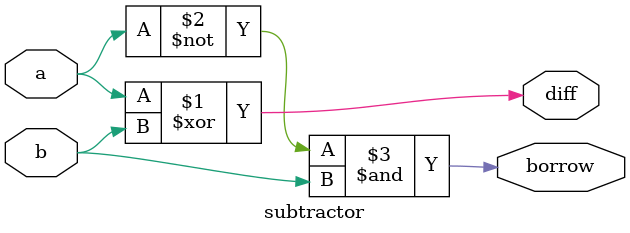
<source format=v>
`timescale 1ns / 1ps


module subtractor(
input a,b,
output diff,borrow
    );
    assign diff=a^b;
    assign borrow=(~a)&b;
 
/*
xor x1(diff,a,b);
not n1(p,b);
and a1(borrow,p,b);
*/
endmodule

</source>
